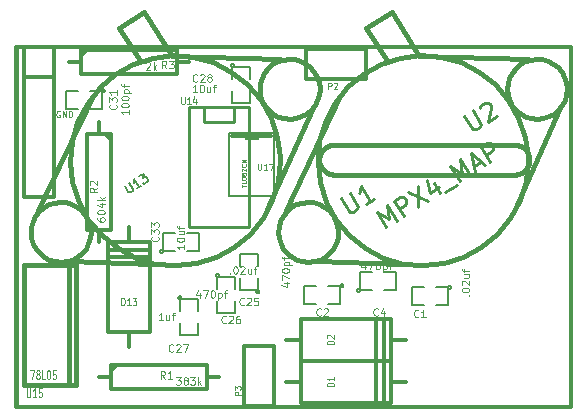
<source format=gto>
G04 (created by PCBNEW-RS274X (20100406 SVN-R2508)-final) date 6/3/2010 10:02:14 PM*
G01*
G70*
G90*
%MOIN*%
G04 Gerber Fmt 3.4, Leading zero omitted, Abs format*
%FSLAX34Y34*%
G04 APERTURE LIST*
%ADD10C,0.006000*%
%ADD11C,0.012000*%
%ADD12C,0.015000*%
%ADD13C,0.003300*%
%ADD14C,0.005000*%
%ADD15C,0.010000*%
%ADD16C,0.004000*%
%ADD17C,0.004200*%
%ADD18C,0.002000*%
%ADD19C,0.002500*%
G04 APERTURE END LIST*
G54D10*
G54D11*
X39500Y-43250D02*
X21000Y-43250D01*
X39500Y-55250D02*
X39500Y-43250D01*
X21000Y-55250D02*
X39500Y-55250D01*
X28200Y-46200D02*
X29500Y-46200D01*
G54D12*
X21000Y-55200D02*
X21000Y-55000D01*
X31600Y-46500D02*
X31557Y-46502D01*
X31514Y-46508D01*
X31471Y-46518D01*
X31429Y-46531D01*
X31389Y-46547D01*
X31351Y-46567D01*
X31314Y-46591D01*
X31279Y-46617D01*
X31247Y-46647D01*
X31217Y-46679D01*
X31191Y-46714D01*
X31167Y-46751D01*
X31147Y-46789D01*
X31131Y-46829D01*
X31118Y-46871D01*
X31108Y-46914D01*
X31102Y-46957D01*
X31100Y-47000D01*
X31100Y-47000D02*
X31102Y-47043D01*
X31108Y-47086D01*
X31118Y-47129D01*
X31131Y-47171D01*
X31147Y-47211D01*
X31167Y-47249D01*
X31191Y-47286D01*
X31217Y-47321D01*
X31247Y-47353D01*
X31279Y-47383D01*
X31314Y-47409D01*
X31351Y-47433D01*
X31389Y-47453D01*
X31429Y-47469D01*
X31471Y-47482D01*
X31514Y-47492D01*
X31557Y-47498D01*
X31600Y-47500D01*
X37600Y-47500D02*
X37643Y-47498D01*
X37686Y-47492D01*
X37729Y-47482D01*
X37771Y-47469D01*
X37811Y-47453D01*
X37850Y-47433D01*
X37886Y-47409D01*
X37921Y-47383D01*
X37953Y-47353D01*
X37983Y-47321D01*
X38009Y-47286D01*
X38033Y-47249D01*
X38053Y-47211D01*
X38069Y-47171D01*
X38082Y-47129D01*
X38092Y-47086D01*
X38098Y-47043D01*
X38100Y-47000D01*
X38100Y-47000D02*
X38098Y-46957D01*
X38092Y-46914D01*
X38082Y-46871D01*
X38069Y-46829D01*
X38053Y-46789D01*
X38033Y-46751D01*
X38009Y-46714D01*
X37983Y-46679D01*
X37953Y-46647D01*
X37921Y-46617D01*
X37886Y-46591D01*
X37850Y-46567D01*
X37811Y-46547D01*
X37771Y-46531D01*
X37729Y-46518D01*
X37686Y-46508D01*
X37643Y-46502D01*
X37600Y-46500D01*
X31600Y-47500D02*
X37600Y-47500D01*
X37600Y-46500D02*
X31600Y-46500D01*
X21000Y-43250D02*
X21000Y-55000D01*
G54D13*
X22447Y-45390D02*
X22428Y-45381D01*
X22400Y-45381D01*
X22371Y-45390D01*
X22352Y-45410D01*
X22343Y-45429D01*
X22333Y-45467D01*
X22333Y-45495D01*
X22343Y-45533D01*
X22352Y-45552D01*
X22371Y-45571D01*
X22400Y-45581D01*
X22419Y-45581D01*
X22447Y-45571D01*
X22457Y-45562D01*
X22457Y-45495D01*
X22419Y-45495D01*
X22543Y-45581D02*
X22543Y-45381D01*
X22657Y-45581D01*
X22657Y-45381D01*
X22753Y-45581D02*
X22753Y-45381D01*
X22800Y-45381D01*
X22829Y-45390D01*
X22848Y-45410D01*
X22857Y-45429D01*
X22867Y-45467D01*
X22867Y-45495D01*
X22857Y-45533D01*
X22848Y-45552D01*
X22829Y-45571D01*
X22800Y-45581D01*
X22753Y-45581D01*
G54D11*
X25250Y-50000D02*
X25450Y-50000D01*
X25250Y-50250D02*
X25450Y-50250D01*
X24250Y-50250D02*
X24050Y-50250D01*
X24250Y-50000D02*
X24050Y-50000D01*
X24250Y-49750D02*
X24050Y-49750D01*
X25250Y-49750D02*
X25450Y-49750D01*
X25250Y-52750D02*
X25450Y-52750D01*
X24250Y-52750D02*
X24050Y-52750D01*
X24050Y-52750D02*
X24050Y-49750D01*
X24250Y-49750D02*
X25250Y-49750D01*
X25450Y-49750D02*
X25450Y-52750D01*
X25250Y-52750D02*
X24250Y-52750D01*
X24250Y-50000D02*
X25250Y-50000D01*
X25250Y-50250D02*
X24250Y-50250D01*
X24750Y-52750D02*
X24750Y-53250D01*
X24750Y-49750D02*
X24750Y-49250D01*
X33250Y-53500D02*
X33250Y-53700D01*
X33000Y-53500D02*
X33000Y-53700D01*
X33000Y-52500D02*
X33000Y-52300D01*
X33250Y-52500D02*
X33250Y-52300D01*
X33500Y-52500D02*
X33500Y-52300D01*
X33500Y-53500D02*
X33500Y-53700D01*
X30500Y-53500D02*
X30500Y-53700D01*
X30500Y-52500D02*
X30500Y-52300D01*
X30500Y-52300D02*
X33500Y-52300D01*
X33500Y-52500D02*
X33500Y-53500D01*
X33500Y-53700D02*
X30500Y-53700D01*
X30500Y-53500D02*
X30500Y-52500D01*
X33250Y-52500D02*
X33250Y-53500D01*
X33000Y-53500D02*
X33000Y-52500D01*
X30500Y-53000D02*
X30000Y-53000D01*
X33500Y-53000D02*
X34000Y-53000D01*
X33250Y-54900D02*
X33250Y-55100D01*
X33000Y-54900D02*
X33000Y-55100D01*
X33000Y-53900D02*
X33000Y-53700D01*
X33250Y-53900D02*
X33250Y-53700D01*
X33500Y-53900D02*
X33500Y-53700D01*
X33500Y-54900D02*
X33500Y-55100D01*
X30500Y-54900D02*
X30500Y-55100D01*
X30500Y-53900D02*
X30500Y-53700D01*
X30500Y-53700D02*
X33500Y-53700D01*
X33500Y-53900D02*
X33500Y-54900D01*
X33500Y-55100D02*
X30500Y-55100D01*
X30500Y-54900D02*
X30500Y-53900D01*
X33250Y-53900D02*
X33250Y-54900D01*
X33000Y-54900D02*
X33000Y-53900D01*
X30500Y-54400D02*
X30000Y-54400D01*
X33500Y-54400D02*
X34000Y-54400D01*
X23750Y-54250D02*
X24150Y-54250D01*
X24150Y-54250D02*
X24150Y-53850D01*
X24150Y-53850D02*
X27350Y-53850D01*
X27350Y-53850D02*
X27350Y-54650D01*
X27350Y-54650D02*
X24150Y-54650D01*
X24150Y-54650D02*
X24150Y-54250D01*
X24150Y-54050D02*
X24350Y-53850D01*
X27750Y-54250D02*
X27350Y-54250D01*
X23750Y-45750D02*
X23750Y-46150D01*
X23750Y-46150D02*
X24150Y-46150D01*
X24150Y-46150D02*
X24150Y-49350D01*
X24150Y-49350D02*
X23350Y-49350D01*
X23350Y-49350D02*
X23350Y-46150D01*
X23350Y-46150D02*
X23750Y-46150D01*
X23950Y-46150D02*
X24150Y-46350D01*
X23750Y-49750D02*
X23750Y-49350D01*
X22750Y-43750D02*
X23150Y-43750D01*
X23150Y-43750D02*
X23150Y-43350D01*
X23150Y-43350D02*
X26350Y-43350D01*
X26350Y-43350D02*
X26350Y-44150D01*
X26350Y-44150D02*
X23150Y-44150D01*
X23150Y-44150D02*
X23150Y-43750D01*
X23150Y-43550D02*
X23350Y-43350D01*
X26750Y-43750D02*
X26350Y-43750D01*
G54D12*
X33326Y-43656D02*
X32664Y-42596D01*
X32664Y-42596D02*
X33512Y-42066D01*
X33512Y-42066D02*
X34439Y-43551D01*
X29987Y-48691D02*
X31763Y-44928D01*
X34651Y-50494D02*
X31047Y-50387D01*
X37619Y-48639D02*
X39103Y-45353D01*
X34439Y-43551D02*
X38043Y-43657D01*
X39360Y-44637D02*
X39340Y-44831D01*
X39284Y-45017D01*
X39193Y-45189D01*
X39069Y-45340D01*
X38919Y-45465D01*
X38748Y-45557D01*
X38561Y-45615D01*
X38367Y-45635D01*
X38174Y-45618D01*
X37987Y-45563D01*
X37814Y-45472D01*
X37663Y-45350D01*
X37537Y-45201D01*
X37443Y-45030D01*
X37384Y-44844D01*
X37363Y-44650D01*
X37379Y-44457D01*
X37433Y-44270D01*
X37522Y-44096D01*
X37643Y-43944D01*
X37791Y-43817D01*
X37962Y-43722D01*
X38147Y-43662D01*
X38341Y-43639D01*
X38534Y-43654D01*
X38722Y-43706D01*
X38896Y-43794D01*
X39049Y-43914D01*
X39177Y-44062D01*
X39273Y-44231D01*
X39335Y-44416D01*
X39359Y-44610D01*
X39360Y-44637D01*
X31729Y-49407D02*
X31709Y-49601D01*
X31653Y-49788D01*
X31561Y-49960D01*
X31438Y-50111D01*
X31288Y-50236D01*
X31116Y-50328D01*
X30930Y-50386D01*
X30735Y-50406D01*
X30542Y-50389D01*
X30355Y-50334D01*
X30182Y-50243D01*
X30030Y-50121D01*
X29904Y-49971D01*
X29810Y-49800D01*
X29751Y-49614D01*
X29730Y-49420D01*
X29746Y-49227D01*
X29800Y-49039D01*
X29889Y-48866D01*
X30010Y-48713D01*
X30159Y-48586D01*
X30329Y-48491D01*
X30515Y-48431D01*
X30709Y-48408D01*
X30902Y-48423D01*
X31090Y-48475D01*
X31264Y-48563D01*
X31418Y-48683D01*
X31546Y-48831D01*
X31642Y-49001D01*
X31704Y-49186D01*
X31728Y-49380D01*
X31729Y-49407D01*
X38045Y-47022D02*
X37978Y-47701D01*
X37780Y-48355D01*
X37460Y-48958D01*
X37028Y-49488D01*
X36502Y-49923D01*
X35901Y-50248D01*
X35248Y-50450D01*
X34569Y-50521D01*
X33890Y-50460D01*
X33234Y-50267D01*
X32629Y-49950D01*
X32097Y-49522D01*
X31658Y-48999D01*
X31329Y-48400D01*
X31122Y-47749D01*
X31046Y-47070D01*
X31103Y-46391D01*
X31291Y-45734D01*
X31604Y-45127D01*
X32028Y-44591D01*
X32548Y-44148D01*
X33144Y-43815D01*
X33794Y-43604D01*
X34472Y-43523D01*
X35152Y-43576D01*
X35810Y-43759D01*
X36420Y-44067D01*
X36958Y-44488D01*
X37405Y-45005D01*
X37742Y-45599D01*
X37958Y-46247D01*
X38043Y-46925D01*
X38045Y-47022D01*
X25076Y-43656D02*
X24414Y-42596D01*
X24414Y-42596D02*
X25262Y-42066D01*
X25262Y-42066D02*
X26189Y-43551D01*
X21737Y-48691D02*
X23513Y-44928D01*
X26401Y-50494D02*
X22797Y-50387D01*
X29369Y-48639D02*
X30853Y-45353D01*
X26189Y-43551D02*
X29793Y-43657D01*
X31110Y-44637D02*
X31090Y-44831D01*
X31034Y-45017D01*
X30943Y-45189D01*
X30819Y-45340D01*
X30669Y-45465D01*
X30498Y-45557D01*
X30311Y-45615D01*
X30117Y-45635D01*
X29924Y-45618D01*
X29737Y-45563D01*
X29564Y-45472D01*
X29413Y-45350D01*
X29287Y-45201D01*
X29193Y-45030D01*
X29134Y-44844D01*
X29113Y-44650D01*
X29129Y-44457D01*
X29183Y-44270D01*
X29272Y-44096D01*
X29393Y-43944D01*
X29541Y-43817D01*
X29712Y-43722D01*
X29897Y-43662D01*
X30091Y-43639D01*
X30284Y-43654D01*
X30472Y-43706D01*
X30646Y-43794D01*
X30799Y-43914D01*
X30927Y-44062D01*
X31023Y-44231D01*
X31085Y-44416D01*
X31109Y-44610D01*
X31110Y-44637D01*
X23479Y-49407D02*
X23459Y-49601D01*
X23403Y-49788D01*
X23311Y-49960D01*
X23188Y-50111D01*
X23038Y-50236D01*
X22866Y-50328D01*
X22680Y-50386D01*
X22485Y-50406D01*
X22292Y-50389D01*
X22105Y-50334D01*
X21932Y-50243D01*
X21780Y-50121D01*
X21654Y-49971D01*
X21560Y-49800D01*
X21501Y-49614D01*
X21480Y-49420D01*
X21496Y-49227D01*
X21550Y-49039D01*
X21639Y-48866D01*
X21760Y-48713D01*
X21909Y-48586D01*
X22079Y-48491D01*
X22265Y-48431D01*
X22459Y-48408D01*
X22652Y-48423D01*
X22840Y-48475D01*
X23014Y-48563D01*
X23168Y-48683D01*
X23296Y-48831D01*
X23392Y-49001D01*
X23454Y-49186D01*
X23478Y-49380D01*
X23479Y-49407D01*
X29795Y-47022D02*
X29728Y-47701D01*
X29530Y-48355D01*
X29210Y-48958D01*
X28778Y-49488D01*
X28252Y-49923D01*
X27651Y-50248D01*
X26998Y-50450D01*
X26319Y-50521D01*
X25640Y-50460D01*
X24984Y-50267D01*
X24379Y-49950D01*
X23847Y-49522D01*
X23408Y-48999D01*
X23079Y-48400D01*
X22872Y-47749D01*
X22796Y-47070D01*
X22853Y-46391D01*
X23041Y-45734D01*
X23354Y-45127D01*
X23778Y-44591D01*
X24298Y-44148D01*
X24894Y-43815D01*
X25544Y-43604D01*
X26222Y-43523D01*
X26902Y-43576D01*
X27560Y-43759D01*
X28170Y-44067D01*
X28708Y-44488D01*
X29155Y-45005D01*
X29492Y-45599D01*
X29708Y-46247D01*
X29793Y-46925D01*
X29795Y-47022D01*
X33326Y-43656D02*
X32664Y-42596D01*
X32664Y-42596D02*
X33512Y-42066D01*
X33512Y-42066D02*
X34439Y-43551D01*
X29987Y-48691D02*
X31763Y-44928D01*
X34651Y-50494D02*
X31047Y-50387D01*
X37619Y-48639D02*
X39103Y-45353D01*
X34439Y-43551D02*
X38043Y-43657D01*
X39360Y-44637D02*
X39340Y-44831D01*
X39284Y-45017D01*
X39193Y-45189D01*
X39069Y-45340D01*
X38919Y-45465D01*
X38748Y-45557D01*
X38561Y-45615D01*
X38367Y-45635D01*
X38174Y-45618D01*
X37987Y-45563D01*
X37814Y-45472D01*
X37663Y-45350D01*
X37537Y-45201D01*
X37443Y-45030D01*
X37384Y-44844D01*
X37363Y-44650D01*
X37379Y-44457D01*
X37433Y-44270D01*
X37522Y-44096D01*
X37643Y-43944D01*
X37791Y-43817D01*
X37962Y-43722D01*
X38147Y-43662D01*
X38341Y-43639D01*
X38534Y-43654D01*
X38722Y-43706D01*
X38896Y-43794D01*
X39049Y-43914D01*
X39177Y-44062D01*
X39273Y-44231D01*
X39335Y-44416D01*
X39359Y-44610D01*
X39360Y-44637D01*
X31729Y-49407D02*
X31709Y-49601D01*
X31653Y-49788D01*
X31561Y-49960D01*
X31438Y-50111D01*
X31288Y-50236D01*
X31116Y-50328D01*
X30930Y-50386D01*
X30735Y-50406D01*
X30542Y-50389D01*
X30355Y-50334D01*
X30182Y-50243D01*
X30030Y-50121D01*
X29904Y-49971D01*
X29810Y-49800D01*
X29751Y-49614D01*
X29730Y-49420D01*
X29746Y-49227D01*
X29800Y-49039D01*
X29889Y-48866D01*
X30010Y-48713D01*
X30159Y-48586D01*
X30329Y-48491D01*
X30515Y-48431D01*
X30709Y-48408D01*
X30902Y-48423D01*
X31090Y-48475D01*
X31264Y-48563D01*
X31418Y-48683D01*
X31546Y-48831D01*
X31642Y-49001D01*
X31704Y-49186D01*
X31728Y-49380D01*
X31729Y-49407D01*
X38045Y-47022D02*
X37978Y-47701D01*
X37780Y-48355D01*
X37460Y-48958D01*
X37028Y-49488D01*
X36502Y-49923D01*
X35901Y-50248D01*
X35248Y-50450D01*
X34569Y-50521D01*
X33890Y-50460D01*
X33234Y-50267D01*
X32629Y-49950D01*
X32097Y-49522D01*
X31658Y-48999D01*
X31329Y-48400D01*
X31122Y-47749D01*
X31046Y-47070D01*
X31103Y-46391D01*
X31291Y-45734D01*
X31604Y-45127D01*
X32028Y-44591D01*
X32548Y-44148D01*
X33144Y-43815D01*
X33794Y-43604D01*
X34472Y-43523D01*
X35152Y-43576D01*
X35810Y-43759D01*
X36420Y-44067D01*
X36958Y-44488D01*
X37405Y-45005D01*
X37742Y-45599D01*
X37958Y-46247D01*
X38043Y-46925D01*
X38045Y-47022D01*
G54D14*
X29100Y-51400D02*
X29099Y-51409D01*
X29096Y-51419D01*
X29091Y-51427D01*
X29085Y-51435D01*
X29077Y-51441D01*
X29069Y-51446D01*
X29060Y-51448D01*
X29050Y-51449D01*
X29041Y-51449D01*
X29032Y-51446D01*
X29023Y-51441D01*
X29016Y-51435D01*
X29009Y-51428D01*
X29005Y-51419D01*
X29002Y-51410D01*
X29001Y-51400D01*
X29001Y-51391D01*
X29004Y-51382D01*
X29008Y-51373D01*
X29015Y-51366D01*
X29022Y-51359D01*
X29030Y-51355D01*
X29040Y-51352D01*
X29049Y-51351D01*
X29058Y-51351D01*
X29068Y-51354D01*
X29076Y-51358D01*
X29084Y-51364D01*
X29090Y-51372D01*
X29095Y-51380D01*
X29098Y-51389D01*
X29099Y-51399D01*
X29100Y-51400D01*
X29050Y-50950D02*
X29050Y-51350D01*
X29050Y-51350D02*
X28450Y-51350D01*
X28450Y-51350D02*
X28450Y-50950D01*
X28450Y-50550D02*
X28450Y-50150D01*
X28450Y-50150D02*
X29050Y-50150D01*
X29050Y-50150D02*
X29050Y-50550D01*
X32450Y-51350D02*
X32449Y-51359D01*
X32446Y-51369D01*
X32441Y-51377D01*
X32435Y-51385D01*
X32427Y-51391D01*
X32419Y-51396D01*
X32410Y-51398D01*
X32400Y-51399D01*
X32391Y-51399D01*
X32382Y-51396D01*
X32373Y-51391D01*
X32366Y-51385D01*
X32359Y-51378D01*
X32355Y-51369D01*
X32352Y-51360D01*
X32351Y-51350D01*
X32351Y-51341D01*
X32354Y-51332D01*
X32358Y-51323D01*
X32365Y-51316D01*
X32372Y-51309D01*
X32380Y-51305D01*
X32390Y-51302D01*
X32399Y-51301D01*
X32408Y-51301D01*
X32418Y-51304D01*
X32426Y-51308D01*
X32434Y-51314D01*
X32440Y-51322D01*
X32445Y-51330D01*
X32448Y-51339D01*
X32449Y-51349D01*
X32450Y-51350D01*
X32850Y-51350D02*
X32450Y-51350D01*
X32450Y-51350D02*
X32450Y-50750D01*
X32450Y-50750D02*
X32850Y-50750D01*
X33250Y-50750D02*
X33650Y-50750D01*
X33650Y-50750D02*
X33650Y-51350D01*
X33650Y-51350D02*
X33250Y-51350D01*
X31900Y-51200D02*
X31899Y-51209D01*
X31896Y-51219D01*
X31891Y-51227D01*
X31885Y-51235D01*
X31877Y-51241D01*
X31869Y-51246D01*
X31860Y-51248D01*
X31850Y-51249D01*
X31841Y-51249D01*
X31832Y-51246D01*
X31823Y-51241D01*
X31816Y-51235D01*
X31809Y-51228D01*
X31805Y-51219D01*
X31802Y-51210D01*
X31801Y-51200D01*
X31801Y-51191D01*
X31804Y-51182D01*
X31808Y-51173D01*
X31815Y-51166D01*
X31822Y-51159D01*
X31830Y-51155D01*
X31840Y-51152D01*
X31849Y-51151D01*
X31858Y-51151D01*
X31868Y-51154D01*
X31876Y-51158D01*
X31884Y-51164D01*
X31890Y-51172D01*
X31895Y-51180D01*
X31898Y-51189D01*
X31899Y-51199D01*
X31900Y-51200D01*
X31400Y-51200D02*
X31800Y-51200D01*
X31800Y-51200D02*
X31800Y-51800D01*
X31800Y-51800D02*
X31400Y-51800D01*
X31000Y-51800D02*
X30600Y-51800D01*
X30600Y-51800D02*
X30600Y-51200D01*
X30600Y-51200D02*
X31000Y-51200D01*
X35500Y-51250D02*
X35499Y-51259D01*
X35496Y-51269D01*
X35491Y-51277D01*
X35485Y-51285D01*
X35477Y-51291D01*
X35469Y-51296D01*
X35460Y-51298D01*
X35450Y-51299D01*
X35441Y-51299D01*
X35432Y-51296D01*
X35423Y-51291D01*
X35416Y-51285D01*
X35409Y-51278D01*
X35405Y-51269D01*
X35402Y-51260D01*
X35401Y-51250D01*
X35401Y-51241D01*
X35404Y-51232D01*
X35408Y-51223D01*
X35415Y-51216D01*
X35422Y-51209D01*
X35430Y-51205D01*
X35440Y-51202D01*
X35449Y-51201D01*
X35458Y-51201D01*
X35468Y-51204D01*
X35476Y-51208D01*
X35484Y-51214D01*
X35490Y-51222D01*
X35495Y-51230D01*
X35498Y-51239D01*
X35499Y-51249D01*
X35500Y-51250D01*
X35000Y-51250D02*
X35400Y-51250D01*
X35400Y-51250D02*
X35400Y-51850D01*
X35400Y-51850D02*
X35000Y-51850D01*
X34600Y-51850D02*
X34200Y-51850D01*
X34200Y-51850D02*
X34200Y-51250D01*
X34200Y-51250D02*
X34600Y-51250D01*
G54D11*
X21250Y-43250D02*
X22250Y-43250D01*
X22250Y-43250D02*
X22250Y-48250D01*
X22250Y-48250D02*
X21250Y-48250D01*
X21250Y-48250D02*
X21250Y-43250D01*
X21250Y-44250D02*
X22250Y-44250D01*
G54D14*
X26500Y-51600D02*
X26499Y-51609D01*
X26496Y-51619D01*
X26491Y-51627D01*
X26485Y-51635D01*
X26477Y-51641D01*
X26469Y-51646D01*
X26460Y-51648D01*
X26450Y-51649D01*
X26441Y-51649D01*
X26432Y-51646D01*
X26423Y-51641D01*
X26416Y-51635D01*
X26409Y-51628D01*
X26405Y-51619D01*
X26402Y-51610D01*
X26401Y-51600D01*
X26401Y-51591D01*
X26404Y-51582D01*
X26408Y-51573D01*
X26415Y-51566D01*
X26422Y-51559D01*
X26430Y-51555D01*
X26440Y-51552D01*
X26449Y-51551D01*
X26458Y-51551D01*
X26468Y-51554D01*
X26476Y-51558D01*
X26484Y-51564D01*
X26490Y-51572D01*
X26495Y-51580D01*
X26498Y-51589D01*
X26499Y-51599D01*
X26500Y-51600D01*
X26450Y-52050D02*
X26450Y-51650D01*
X26450Y-51650D02*
X27050Y-51650D01*
X27050Y-51650D02*
X27050Y-52050D01*
X27050Y-52450D02*
X27050Y-52850D01*
X27050Y-52850D02*
X26450Y-52850D01*
X26450Y-52850D02*
X26450Y-52450D01*
X23950Y-44700D02*
X23949Y-44709D01*
X23946Y-44719D01*
X23941Y-44727D01*
X23935Y-44735D01*
X23927Y-44741D01*
X23919Y-44746D01*
X23910Y-44748D01*
X23900Y-44749D01*
X23891Y-44749D01*
X23882Y-44746D01*
X23873Y-44741D01*
X23866Y-44735D01*
X23859Y-44728D01*
X23855Y-44719D01*
X23852Y-44710D01*
X23851Y-44700D01*
X23851Y-44691D01*
X23854Y-44682D01*
X23858Y-44673D01*
X23865Y-44666D01*
X23872Y-44659D01*
X23880Y-44655D01*
X23890Y-44652D01*
X23899Y-44651D01*
X23908Y-44651D01*
X23918Y-44654D01*
X23926Y-44658D01*
X23934Y-44664D01*
X23940Y-44672D01*
X23945Y-44680D01*
X23948Y-44689D01*
X23949Y-44699D01*
X23950Y-44700D01*
X23450Y-44700D02*
X23850Y-44700D01*
X23850Y-44700D02*
X23850Y-45300D01*
X23850Y-45300D02*
X23450Y-45300D01*
X23050Y-45300D02*
X22650Y-45300D01*
X22650Y-45300D02*
X22650Y-44700D01*
X22650Y-44700D02*
X23050Y-44700D01*
X25900Y-50050D02*
X25899Y-50059D01*
X25896Y-50069D01*
X25891Y-50077D01*
X25885Y-50085D01*
X25877Y-50091D01*
X25869Y-50096D01*
X25860Y-50098D01*
X25850Y-50099D01*
X25841Y-50099D01*
X25832Y-50096D01*
X25823Y-50091D01*
X25816Y-50085D01*
X25809Y-50078D01*
X25805Y-50069D01*
X25802Y-50060D01*
X25801Y-50050D01*
X25801Y-50041D01*
X25804Y-50032D01*
X25808Y-50023D01*
X25815Y-50016D01*
X25822Y-50009D01*
X25830Y-50005D01*
X25840Y-50002D01*
X25849Y-50001D01*
X25858Y-50001D01*
X25868Y-50004D01*
X25876Y-50008D01*
X25884Y-50014D01*
X25890Y-50022D01*
X25895Y-50030D01*
X25898Y-50039D01*
X25899Y-50049D01*
X25900Y-50050D01*
X26300Y-50050D02*
X25900Y-50050D01*
X25900Y-50050D02*
X25900Y-49450D01*
X25900Y-49450D02*
X26300Y-49450D01*
X26700Y-49450D02*
X27100Y-49450D01*
X27100Y-49450D02*
X27100Y-50050D01*
X27100Y-50050D02*
X26700Y-50050D01*
X28250Y-43850D02*
X28249Y-43859D01*
X28246Y-43869D01*
X28241Y-43877D01*
X28235Y-43885D01*
X28227Y-43891D01*
X28219Y-43896D01*
X28210Y-43898D01*
X28200Y-43899D01*
X28191Y-43899D01*
X28182Y-43896D01*
X28173Y-43891D01*
X28166Y-43885D01*
X28159Y-43878D01*
X28155Y-43869D01*
X28152Y-43860D01*
X28151Y-43850D01*
X28151Y-43841D01*
X28154Y-43832D01*
X28158Y-43823D01*
X28165Y-43816D01*
X28172Y-43809D01*
X28180Y-43805D01*
X28190Y-43802D01*
X28199Y-43801D01*
X28208Y-43801D01*
X28218Y-43804D01*
X28226Y-43808D01*
X28234Y-43814D01*
X28240Y-43822D01*
X28245Y-43830D01*
X28248Y-43839D01*
X28249Y-43849D01*
X28250Y-43850D01*
X28200Y-44300D02*
X28200Y-43900D01*
X28200Y-43900D02*
X28800Y-43900D01*
X28800Y-43900D02*
X28800Y-44300D01*
X28800Y-44700D02*
X28800Y-45100D01*
X28800Y-45100D02*
X28200Y-45100D01*
X28200Y-45100D02*
X28200Y-44700D01*
X27750Y-50850D02*
X27749Y-50859D01*
X27746Y-50869D01*
X27741Y-50877D01*
X27735Y-50885D01*
X27727Y-50891D01*
X27719Y-50896D01*
X27710Y-50898D01*
X27700Y-50899D01*
X27691Y-50899D01*
X27682Y-50896D01*
X27673Y-50891D01*
X27666Y-50885D01*
X27659Y-50878D01*
X27655Y-50869D01*
X27652Y-50860D01*
X27651Y-50850D01*
X27651Y-50841D01*
X27654Y-50832D01*
X27658Y-50823D01*
X27665Y-50816D01*
X27672Y-50809D01*
X27680Y-50805D01*
X27690Y-50802D01*
X27699Y-50801D01*
X27708Y-50801D01*
X27718Y-50804D01*
X27726Y-50808D01*
X27734Y-50814D01*
X27740Y-50822D01*
X27745Y-50830D01*
X27748Y-50839D01*
X27749Y-50849D01*
X27750Y-50850D01*
X27700Y-51300D02*
X27700Y-50900D01*
X27700Y-50900D02*
X28300Y-50900D01*
X28300Y-50900D02*
X28300Y-51300D01*
X28300Y-51700D02*
X28300Y-52100D01*
X28300Y-52100D02*
X27700Y-52100D01*
X27700Y-52100D02*
X27700Y-51700D01*
G54D15*
X28250Y-45250D02*
X28250Y-45750D01*
X28250Y-45750D02*
X27250Y-45750D01*
X27250Y-45750D02*
X27250Y-45250D01*
X28750Y-45250D02*
X28750Y-49250D01*
X28750Y-49250D02*
X26750Y-49250D01*
X26750Y-49250D02*
X26750Y-45250D01*
X26750Y-45250D02*
X28750Y-45250D01*
G54D12*
X22750Y-50500D02*
X23000Y-50500D01*
X23000Y-50500D02*
X23000Y-54500D01*
X23000Y-54500D02*
X22750Y-54500D01*
X21250Y-50500D02*
X22750Y-50500D01*
X22750Y-50500D02*
X22750Y-54500D01*
X22750Y-54500D02*
X21250Y-54500D01*
X21250Y-54500D02*
X21250Y-50500D01*
G54D14*
X28150Y-46100D02*
X28100Y-46100D01*
X28100Y-46100D02*
X28100Y-48200D01*
X29600Y-48200D02*
X29600Y-46100D01*
X29600Y-46100D02*
X28150Y-46100D01*
X29050Y-46100D02*
X29050Y-46300D01*
X29050Y-46300D02*
X28650Y-46300D01*
X28650Y-46300D02*
X28650Y-46100D01*
X29600Y-48200D02*
X28100Y-48200D01*
G54D11*
X30650Y-44300D02*
X30650Y-43300D01*
X30650Y-43300D02*
X32650Y-43300D01*
X32650Y-43300D02*
X32650Y-44300D01*
X32650Y-44300D02*
X30650Y-44300D01*
X28600Y-53200D02*
X29600Y-53200D01*
X29600Y-53200D02*
X29600Y-55200D01*
X29600Y-55200D02*
X28600Y-55200D01*
X28600Y-55200D02*
X28600Y-53200D01*
G54D13*
X24508Y-51851D02*
X24508Y-51601D01*
X24555Y-51601D01*
X24584Y-51613D01*
X24603Y-51637D01*
X24612Y-51661D01*
X24622Y-51708D01*
X24622Y-51744D01*
X24612Y-51792D01*
X24603Y-51815D01*
X24584Y-51839D01*
X24555Y-51851D01*
X24508Y-51851D01*
X24812Y-51851D02*
X24698Y-51851D01*
X24755Y-51851D02*
X24755Y-51601D01*
X24736Y-51637D01*
X24717Y-51661D01*
X24698Y-51673D01*
X24879Y-51601D02*
X25002Y-51601D01*
X24936Y-51696D01*
X24964Y-51696D01*
X24983Y-51708D01*
X24993Y-51720D01*
X25002Y-51744D01*
X25002Y-51804D01*
X24993Y-51827D01*
X24983Y-51839D01*
X24964Y-51851D01*
X24907Y-51851D01*
X24888Y-51839D01*
X24879Y-51827D01*
X31601Y-53147D02*
X31351Y-53147D01*
X31351Y-53100D01*
X31363Y-53071D01*
X31387Y-53052D01*
X31411Y-53043D01*
X31458Y-53033D01*
X31494Y-53033D01*
X31542Y-53043D01*
X31565Y-53052D01*
X31589Y-53071D01*
X31601Y-53100D01*
X31601Y-53147D01*
X31375Y-52957D02*
X31363Y-52947D01*
X31351Y-52928D01*
X31351Y-52881D01*
X31363Y-52862D01*
X31375Y-52852D01*
X31399Y-52843D01*
X31423Y-52843D01*
X31458Y-52852D01*
X31601Y-52966D01*
X31601Y-52843D01*
X31601Y-54547D02*
X31351Y-54547D01*
X31351Y-54500D01*
X31363Y-54471D01*
X31387Y-54452D01*
X31411Y-54443D01*
X31458Y-54433D01*
X31494Y-54433D01*
X31542Y-54443D01*
X31565Y-54452D01*
X31589Y-54471D01*
X31601Y-54500D01*
X31601Y-54547D01*
X31601Y-54243D02*
X31601Y-54357D01*
X31601Y-54300D02*
X31351Y-54300D01*
X31387Y-54319D01*
X31411Y-54338D01*
X31423Y-54357D01*
G54D16*
X25958Y-54303D02*
X25875Y-54181D01*
X25816Y-54303D02*
X25816Y-54048D01*
X25911Y-54048D01*
X25935Y-54060D01*
X25946Y-54072D01*
X25958Y-54096D01*
X25958Y-54133D01*
X25946Y-54157D01*
X25935Y-54169D01*
X25911Y-54181D01*
X25816Y-54181D01*
X26196Y-54303D02*
X26054Y-54303D01*
X26125Y-54303D02*
X26125Y-54048D01*
X26101Y-54084D01*
X26077Y-54108D01*
X26054Y-54121D01*
X26328Y-54248D02*
X26482Y-54248D01*
X26399Y-54345D01*
X26435Y-54345D01*
X26459Y-54357D01*
X26471Y-54369D01*
X26482Y-54393D01*
X26482Y-54454D01*
X26471Y-54478D01*
X26459Y-54491D01*
X26435Y-54503D01*
X26363Y-54503D01*
X26340Y-54491D01*
X26328Y-54478D01*
X26625Y-54357D02*
X26601Y-54345D01*
X26590Y-54333D01*
X26578Y-54308D01*
X26578Y-54296D01*
X26590Y-54272D01*
X26601Y-54260D01*
X26625Y-54248D01*
X26673Y-54248D01*
X26697Y-54260D01*
X26709Y-54272D01*
X26720Y-54296D01*
X26720Y-54308D01*
X26709Y-54333D01*
X26697Y-54345D01*
X26673Y-54357D01*
X26625Y-54357D01*
X26601Y-54369D01*
X26590Y-54381D01*
X26578Y-54406D01*
X26578Y-54454D01*
X26590Y-54478D01*
X26601Y-54491D01*
X26625Y-54503D01*
X26673Y-54503D01*
X26697Y-54491D01*
X26709Y-54478D01*
X26720Y-54454D01*
X26720Y-54406D01*
X26709Y-54381D01*
X26697Y-54369D01*
X26673Y-54357D01*
X26804Y-54248D02*
X26958Y-54248D01*
X26875Y-54345D01*
X26911Y-54345D01*
X26935Y-54357D01*
X26947Y-54369D01*
X26958Y-54393D01*
X26958Y-54454D01*
X26947Y-54478D01*
X26935Y-54491D01*
X26911Y-54503D01*
X26839Y-54503D01*
X26816Y-54491D01*
X26804Y-54478D01*
X27066Y-54503D02*
X27066Y-54248D01*
X27089Y-54406D02*
X27161Y-54503D01*
X27161Y-54333D02*
X27066Y-54430D01*
X23703Y-47942D02*
X23581Y-48025D01*
X23703Y-48084D02*
X23448Y-48084D01*
X23448Y-47989D01*
X23460Y-47965D01*
X23472Y-47954D01*
X23496Y-47942D01*
X23533Y-47942D01*
X23557Y-47954D01*
X23569Y-47965D01*
X23581Y-47989D01*
X23581Y-48084D01*
X23472Y-47846D02*
X23460Y-47834D01*
X23448Y-47811D01*
X23448Y-47751D01*
X23460Y-47727D01*
X23472Y-47715D01*
X23496Y-47704D01*
X23521Y-47704D01*
X23557Y-47715D01*
X23703Y-47858D01*
X23703Y-47704D01*
X23698Y-48941D02*
X23698Y-48989D01*
X23710Y-49013D01*
X23722Y-49025D01*
X23758Y-49048D01*
X23807Y-49060D01*
X23904Y-49060D01*
X23928Y-49048D01*
X23941Y-49037D01*
X23953Y-49013D01*
X23953Y-48965D01*
X23941Y-48941D01*
X23928Y-48929D01*
X23904Y-48918D01*
X23843Y-48918D01*
X23819Y-48929D01*
X23807Y-48941D01*
X23795Y-48965D01*
X23795Y-49013D01*
X23807Y-49037D01*
X23819Y-49048D01*
X23843Y-49060D01*
X23698Y-48763D02*
X23698Y-48739D01*
X23710Y-48715D01*
X23722Y-48703D01*
X23746Y-48691D01*
X23795Y-48680D01*
X23856Y-48680D01*
X23904Y-48691D01*
X23928Y-48703D01*
X23941Y-48715D01*
X23953Y-48739D01*
X23953Y-48763D01*
X23941Y-48787D01*
X23928Y-48799D01*
X23904Y-48810D01*
X23856Y-48822D01*
X23795Y-48822D01*
X23746Y-48810D01*
X23722Y-48799D01*
X23710Y-48787D01*
X23698Y-48763D01*
X23783Y-48465D02*
X23953Y-48465D01*
X23686Y-48525D02*
X23868Y-48584D01*
X23868Y-48430D01*
X23953Y-48334D02*
X23698Y-48334D01*
X23856Y-48311D02*
X23953Y-48239D01*
X23783Y-48239D02*
X23880Y-48334D01*
X26008Y-43953D02*
X25925Y-43831D01*
X25866Y-43953D02*
X25866Y-43698D01*
X25961Y-43698D01*
X25985Y-43710D01*
X25996Y-43722D01*
X26008Y-43746D01*
X26008Y-43783D01*
X25996Y-43807D01*
X25985Y-43819D01*
X25961Y-43831D01*
X25866Y-43831D01*
X26092Y-43698D02*
X26246Y-43698D01*
X26163Y-43795D01*
X26199Y-43795D01*
X26223Y-43807D01*
X26235Y-43819D01*
X26246Y-43843D01*
X26246Y-43904D01*
X26235Y-43928D01*
X26223Y-43941D01*
X26199Y-43953D01*
X26127Y-43953D01*
X26104Y-43941D01*
X26092Y-43928D01*
X25328Y-43772D02*
X25340Y-43760D01*
X25363Y-43748D01*
X25423Y-43748D01*
X25447Y-43760D01*
X25459Y-43772D01*
X25470Y-43796D01*
X25470Y-43821D01*
X25459Y-43857D01*
X25316Y-44003D01*
X25470Y-44003D01*
X25578Y-44003D02*
X25578Y-43748D01*
X25601Y-43906D02*
X25673Y-44003D01*
X25673Y-43833D02*
X25578Y-43930D01*
G54D15*
X31823Y-48290D02*
X32081Y-48703D01*
X32135Y-48736D01*
X32174Y-48744D01*
X32238Y-48739D01*
X32335Y-48678D01*
X32368Y-48623D01*
X32377Y-48585D01*
X32372Y-48521D01*
X32114Y-48109D01*
X32941Y-48300D02*
X32650Y-48481D01*
X32796Y-48390D02*
X32478Y-47881D01*
X32475Y-47984D01*
X32456Y-48064D01*
X32423Y-48117D01*
X33339Y-49241D02*
X33021Y-48733D01*
X33417Y-48990D01*
X33360Y-48521D01*
X33678Y-49029D01*
X33921Y-48878D02*
X33603Y-48369D01*
X33796Y-48248D01*
X33860Y-48241D01*
X33899Y-48251D01*
X33954Y-48284D01*
X34000Y-48357D01*
X34005Y-48421D01*
X33997Y-48460D01*
X33962Y-48514D01*
X33769Y-48635D01*
X34063Y-48081D02*
X34720Y-48378D01*
X34402Y-47869D02*
X34381Y-48590D01*
X34920Y-47782D02*
X35132Y-48121D01*
X34677Y-47663D02*
X34783Y-48103D01*
X35099Y-47906D01*
X35307Y-48079D02*
X35694Y-47837D01*
X35786Y-47713D02*
X35468Y-47204D01*
X35864Y-47461D01*
X35807Y-46992D01*
X36125Y-47501D01*
X36252Y-47219D02*
X36494Y-47067D01*
X36294Y-47395D02*
X36146Y-46780D01*
X36634Y-47183D01*
X36803Y-47077D02*
X36485Y-46568D01*
X36679Y-46447D01*
X36743Y-46440D01*
X36782Y-46450D01*
X36837Y-46483D01*
X36882Y-46556D01*
X36888Y-46619D01*
X36879Y-46659D01*
X36845Y-46713D01*
X36652Y-46834D01*
G54D14*
X24613Y-47862D02*
X24741Y-48068D01*
X24770Y-48085D01*
X24789Y-48090D01*
X24821Y-48086D01*
X24869Y-48056D01*
X24885Y-48029D01*
X24891Y-48009D01*
X24887Y-47977D01*
X24759Y-47771D01*
X25172Y-47867D02*
X25026Y-47958D01*
X25099Y-47912D02*
X24940Y-47658D01*
X24938Y-47710D01*
X24930Y-47749D01*
X24913Y-47776D01*
X25098Y-47559D02*
X25255Y-47461D01*
X25232Y-47611D01*
X25267Y-47589D01*
X25299Y-47585D01*
X25319Y-47590D01*
X25347Y-47607D01*
X25384Y-47667D01*
X25387Y-47699D01*
X25382Y-47719D01*
X25365Y-47746D01*
X25293Y-47791D01*
X25261Y-47794D01*
X25242Y-47790D01*
G54D15*
X35923Y-45539D02*
X36181Y-45952D01*
X36235Y-45985D01*
X36274Y-45993D01*
X36338Y-45988D01*
X36435Y-45927D01*
X36468Y-45872D01*
X36477Y-45834D01*
X36472Y-45770D01*
X36214Y-45358D01*
X36462Y-45270D02*
X36472Y-45230D01*
X36505Y-45176D01*
X36626Y-45100D01*
X36689Y-45094D01*
X36729Y-45103D01*
X36783Y-45136D01*
X36814Y-45185D01*
X36835Y-45272D01*
X36726Y-45745D01*
X37041Y-45549D01*
X33339Y-49241D02*
X33021Y-48733D01*
X33417Y-48990D01*
X33360Y-48521D01*
X33678Y-49029D01*
X33921Y-48878D02*
X33603Y-48369D01*
X33796Y-48248D01*
X33860Y-48241D01*
X33899Y-48251D01*
X33954Y-48284D01*
X34000Y-48357D01*
X34005Y-48421D01*
X33997Y-48460D01*
X33962Y-48514D01*
X33769Y-48635D01*
X34063Y-48081D02*
X34720Y-48378D01*
X34402Y-47869D02*
X34381Y-48590D01*
X34920Y-47782D02*
X35132Y-48121D01*
X34677Y-47663D02*
X34783Y-48103D01*
X35099Y-47906D01*
X35307Y-48079D02*
X35694Y-47837D01*
X35786Y-47713D02*
X35468Y-47204D01*
X35864Y-47461D01*
X35807Y-46992D01*
X36125Y-47501D01*
X36252Y-47219D02*
X36494Y-47067D01*
X36294Y-47395D02*
X36146Y-46780D01*
X36634Y-47183D01*
X36803Y-47077D02*
X36485Y-46568D01*
X36679Y-46447D01*
X36743Y-46440D01*
X36782Y-46450D01*
X36837Y-46483D01*
X36882Y-46556D01*
X36888Y-46619D01*
X36879Y-46659D01*
X36845Y-46713D01*
X36652Y-46834D01*
G54D17*
X28589Y-51827D02*
X28577Y-51839D01*
X28542Y-51851D01*
X28518Y-51851D01*
X28482Y-51839D01*
X28458Y-51815D01*
X28447Y-51792D01*
X28435Y-51744D01*
X28435Y-51708D01*
X28447Y-51661D01*
X28458Y-51637D01*
X28482Y-51613D01*
X28518Y-51601D01*
X28542Y-51601D01*
X28577Y-51613D01*
X28589Y-51625D01*
X28685Y-51625D02*
X28697Y-51613D01*
X28720Y-51601D01*
X28780Y-51601D01*
X28804Y-51613D01*
X28816Y-51625D01*
X28827Y-51649D01*
X28827Y-51673D01*
X28816Y-51708D01*
X28673Y-51851D01*
X28827Y-51851D01*
X29054Y-51601D02*
X28935Y-51601D01*
X28923Y-51720D01*
X28935Y-51708D01*
X28958Y-51696D01*
X29018Y-51696D01*
X29042Y-51708D01*
X29054Y-51720D01*
X29065Y-51744D01*
X29065Y-51804D01*
X29054Y-51827D01*
X29042Y-51839D01*
X29018Y-51851D01*
X28958Y-51851D01*
X28935Y-51839D01*
X28923Y-51827D01*
X28128Y-50777D02*
X28139Y-50789D01*
X28128Y-50801D01*
X28116Y-50789D01*
X28128Y-50777D01*
X28128Y-50801D01*
X28294Y-50551D02*
X28318Y-50551D01*
X28342Y-50563D01*
X28354Y-50575D01*
X28366Y-50599D01*
X28377Y-50646D01*
X28377Y-50706D01*
X28366Y-50754D01*
X28354Y-50777D01*
X28342Y-50789D01*
X28318Y-50801D01*
X28294Y-50801D01*
X28270Y-50789D01*
X28258Y-50777D01*
X28247Y-50754D01*
X28235Y-50706D01*
X28235Y-50646D01*
X28247Y-50599D01*
X28258Y-50575D01*
X28270Y-50563D01*
X28294Y-50551D01*
X28473Y-50575D02*
X28485Y-50563D01*
X28508Y-50551D01*
X28568Y-50551D01*
X28592Y-50563D01*
X28604Y-50575D01*
X28615Y-50599D01*
X28615Y-50623D01*
X28604Y-50658D01*
X28461Y-50801D01*
X28615Y-50801D01*
X28830Y-50635D02*
X28830Y-50801D01*
X28723Y-50635D02*
X28723Y-50765D01*
X28734Y-50789D01*
X28758Y-50801D01*
X28794Y-50801D01*
X28818Y-50789D01*
X28830Y-50777D01*
X28913Y-50635D02*
X29008Y-50635D01*
X28949Y-50801D02*
X28949Y-50587D01*
X28960Y-50563D01*
X28984Y-50551D01*
X29008Y-50551D01*
X33058Y-52177D02*
X33046Y-52189D01*
X33011Y-52201D01*
X32987Y-52201D01*
X32951Y-52189D01*
X32927Y-52165D01*
X32916Y-52142D01*
X32904Y-52094D01*
X32904Y-52058D01*
X32916Y-52011D01*
X32927Y-51987D01*
X32951Y-51963D01*
X32987Y-51951D01*
X33011Y-51951D01*
X33046Y-51963D01*
X33058Y-51975D01*
X33273Y-52035D02*
X33273Y-52201D01*
X33213Y-51939D02*
X33154Y-52118D01*
X33308Y-52118D01*
X32626Y-50485D02*
X32626Y-50651D01*
X32566Y-50389D02*
X32507Y-50568D01*
X32661Y-50568D01*
X32733Y-50401D02*
X32899Y-50401D01*
X32792Y-50651D01*
X33042Y-50401D02*
X33066Y-50401D01*
X33090Y-50413D01*
X33102Y-50425D01*
X33114Y-50449D01*
X33125Y-50496D01*
X33125Y-50556D01*
X33114Y-50604D01*
X33102Y-50627D01*
X33090Y-50639D01*
X33066Y-50651D01*
X33042Y-50651D01*
X33018Y-50639D01*
X33006Y-50627D01*
X32995Y-50604D01*
X32983Y-50556D01*
X32983Y-50496D01*
X32995Y-50449D01*
X33006Y-50425D01*
X33018Y-50413D01*
X33042Y-50401D01*
X33233Y-50485D02*
X33233Y-50735D01*
X33233Y-50496D02*
X33256Y-50485D01*
X33304Y-50485D01*
X33328Y-50496D01*
X33340Y-50508D01*
X33352Y-50532D01*
X33352Y-50604D01*
X33340Y-50627D01*
X33328Y-50639D01*
X33304Y-50651D01*
X33256Y-50651D01*
X33233Y-50639D01*
X33423Y-50485D02*
X33518Y-50485D01*
X33459Y-50651D02*
X33459Y-50437D01*
X33470Y-50413D01*
X33494Y-50401D01*
X33518Y-50401D01*
X31158Y-52177D02*
X31146Y-52189D01*
X31111Y-52201D01*
X31087Y-52201D01*
X31051Y-52189D01*
X31027Y-52165D01*
X31016Y-52142D01*
X31004Y-52094D01*
X31004Y-52058D01*
X31016Y-52011D01*
X31027Y-51987D01*
X31051Y-51963D01*
X31087Y-51951D01*
X31111Y-51951D01*
X31146Y-51963D01*
X31158Y-51975D01*
X31254Y-51975D02*
X31266Y-51963D01*
X31289Y-51951D01*
X31349Y-51951D01*
X31373Y-51963D01*
X31385Y-51975D01*
X31396Y-51999D01*
X31396Y-52023D01*
X31385Y-52058D01*
X31242Y-52201D01*
X31396Y-52201D01*
X29935Y-51124D02*
X30101Y-51124D01*
X29839Y-51184D02*
X30018Y-51243D01*
X30018Y-51089D01*
X29851Y-51017D02*
X29851Y-50851D01*
X30101Y-50958D01*
X29851Y-50708D02*
X29851Y-50684D01*
X29863Y-50660D01*
X29875Y-50648D01*
X29899Y-50636D01*
X29946Y-50625D01*
X30006Y-50625D01*
X30054Y-50636D01*
X30077Y-50648D01*
X30089Y-50660D01*
X30101Y-50684D01*
X30101Y-50708D01*
X30089Y-50732D01*
X30077Y-50744D01*
X30054Y-50755D01*
X30006Y-50767D01*
X29946Y-50767D01*
X29899Y-50755D01*
X29875Y-50744D01*
X29863Y-50732D01*
X29851Y-50708D01*
X29935Y-50517D02*
X30185Y-50517D01*
X29946Y-50517D02*
X29935Y-50494D01*
X29935Y-50446D01*
X29946Y-50422D01*
X29958Y-50410D01*
X29982Y-50398D01*
X30054Y-50398D01*
X30077Y-50410D01*
X30089Y-50422D01*
X30101Y-50446D01*
X30101Y-50494D01*
X30089Y-50517D01*
X29935Y-50327D02*
X29935Y-50232D01*
X30101Y-50291D02*
X29887Y-50291D01*
X29863Y-50280D01*
X29851Y-50256D01*
X29851Y-50232D01*
X34408Y-52227D02*
X34396Y-52239D01*
X34361Y-52251D01*
X34337Y-52251D01*
X34301Y-52239D01*
X34277Y-52215D01*
X34266Y-52192D01*
X34254Y-52144D01*
X34254Y-52108D01*
X34266Y-52061D01*
X34277Y-52037D01*
X34301Y-52013D01*
X34337Y-52001D01*
X34361Y-52001D01*
X34396Y-52013D01*
X34408Y-52025D01*
X34646Y-52251D02*
X34504Y-52251D01*
X34575Y-52251D02*
X34575Y-52001D01*
X34551Y-52037D01*
X34527Y-52061D01*
X34504Y-52073D01*
X36077Y-51522D02*
X36089Y-51511D01*
X36101Y-51522D01*
X36089Y-51534D01*
X36077Y-51522D01*
X36101Y-51522D01*
X35851Y-51356D02*
X35851Y-51332D01*
X35863Y-51308D01*
X35875Y-51296D01*
X35899Y-51284D01*
X35946Y-51273D01*
X36006Y-51273D01*
X36054Y-51284D01*
X36077Y-51296D01*
X36089Y-51308D01*
X36101Y-51332D01*
X36101Y-51356D01*
X36089Y-51380D01*
X36077Y-51392D01*
X36054Y-51403D01*
X36006Y-51415D01*
X35946Y-51415D01*
X35899Y-51403D01*
X35875Y-51392D01*
X35863Y-51380D01*
X35851Y-51356D01*
X35875Y-51177D02*
X35863Y-51165D01*
X35851Y-51142D01*
X35851Y-51082D01*
X35863Y-51058D01*
X35875Y-51046D01*
X35899Y-51035D01*
X35923Y-51035D01*
X35958Y-51046D01*
X36101Y-51189D01*
X36101Y-51035D01*
X35935Y-50820D02*
X36101Y-50820D01*
X35935Y-50927D02*
X36065Y-50927D01*
X36089Y-50916D01*
X36101Y-50892D01*
X36101Y-50856D01*
X36089Y-50832D01*
X36077Y-50820D01*
X35935Y-50737D02*
X35935Y-50642D01*
X36101Y-50701D02*
X35887Y-50701D01*
X35863Y-50690D01*
X35851Y-50666D01*
X35851Y-50642D01*
X26239Y-53377D02*
X26227Y-53389D01*
X26192Y-53401D01*
X26168Y-53401D01*
X26132Y-53389D01*
X26108Y-53365D01*
X26097Y-53342D01*
X26085Y-53294D01*
X26085Y-53258D01*
X26097Y-53211D01*
X26108Y-53187D01*
X26132Y-53163D01*
X26168Y-53151D01*
X26192Y-53151D01*
X26227Y-53163D01*
X26239Y-53175D01*
X26335Y-53175D02*
X26347Y-53163D01*
X26370Y-53151D01*
X26430Y-53151D01*
X26454Y-53163D01*
X26466Y-53175D01*
X26477Y-53199D01*
X26477Y-53223D01*
X26466Y-53258D01*
X26323Y-53401D01*
X26477Y-53401D01*
X26561Y-53151D02*
X26727Y-53151D01*
X26620Y-53401D01*
X25887Y-52351D02*
X25745Y-52351D01*
X25816Y-52351D02*
X25816Y-52101D01*
X25792Y-52137D01*
X25768Y-52161D01*
X25745Y-52173D01*
X26102Y-52185D02*
X26102Y-52351D01*
X25995Y-52185D02*
X25995Y-52315D01*
X26006Y-52339D01*
X26030Y-52351D01*
X26066Y-52351D01*
X26090Y-52339D01*
X26102Y-52327D01*
X26185Y-52185D02*
X26280Y-52185D01*
X26221Y-52351D02*
X26221Y-52137D01*
X26232Y-52113D01*
X26256Y-52101D01*
X26280Y-52101D01*
X24327Y-45161D02*
X24339Y-45173D01*
X24351Y-45208D01*
X24351Y-45232D01*
X24339Y-45268D01*
X24315Y-45292D01*
X24292Y-45303D01*
X24244Y-45315D01*
X24208Y-45315D01*
X24161Y-45303D01*
X24137Y-45292D01*
X24113Y-45268D01*
X24101Y-45232D01*
X24101Y-45208D01*
X24113Y-45173D01*
X24125Y-45161D01*
X24101Y-45077D02*
X24101Y-44923D01*
X24196Y-45006D01*
X24196Y-44970D01*
X24208Y-44946D01*
X24220Y-44934D01*
X24244Y-44923D01*
X24304Y-44923D01*
X24327Y-44934D01*
X24339Y-44946D01*
X24351Y-44970D01*
X24351Y-45042D01*
X24339Y-45065D01*
X24327Y-45077D01*
X24351Y-44685D02*
X24351Y-44827D01*
X24351Y-44756D02*
X24101Y-44756D01*
X24137Y-44780D01*
X24161Y-44804D01*
X24173Y-44827D01*
X24751Y-45351D02*
X24751Y-45493D01*
X24751Y-45422D02*
X24501Y-45422D01*
X24537Y-45446D01*
X24561Y-45470D01*
X24573Y-45493D01*
X24501Y-45196D02*
X24501Y-45172D01*
X24513Y-45148D01*
X24525Y-45136D01*
X24549Y-45124D01*
X24596Y-45113D01*
X24656Y-45113D01*
X24704Y-45124D01*
X24727Y-45136D01*
X24739Y-45148D01*
X24751Y-45172D01*
X24751Y-45196D01*
X24739Y-45220D01*
X24727Y-45232D01*
X24704Y-45243D01*
X24656Y-45255D01*
X24596Y-45255D01*
X24549Y-45243D01*
X24525Y-45232D01*
X24513Y-45220D01*
X24501Y-45196D01*
X24501Y-44958D02*
X24501Y-44934D01*
X24513Y-44910D01*
X24525Y-44898D01*
X24549Y-44886D01*
X24596Y-44875D01*
X24656Y-44875D01*
X24704Y-44886D01*
X24727Y-44898D01*
X24739Y-44910D01*
X24751Y-44934D01*
X24751Y-44958D01*
X24739Y-44982D01*
X24727Y-44994D01*
X24704Y-45005D01*
X24656Y-45017D01*
X24596Y-45017D01*
X24549Y-45005D01*
X24525Y-44994D01*
X24513Y-44982D01*
X24501Y-44958D01*
X24585Y-44767D02*
X24835Y-44767D01*
X24596Y-44767D02*
X24585Y-44744D01*
X24585Y-44696D01*
X24596Y-44672D01*
X24608Y-44660D01*
X24632Y-44648D01*
X24704Y-44648D01*
X24727Y-44660D01*
X24739Y-44672D01*
X24751Y-44696D01*
X24751Y-44744D01*
X24739Y-44767D01*
X24585Y-44577D02*
X24585Y-44482D01*
X24751Y-44541D02*
X24537Y-44541D01*
X24513Y-44530D01*
X24501Y-44506D01*
X24501Y-44482D01*
X25727Y-49561D02*
X25739Y-49573D01*
X25751Y-49608D01*
X25751Y-49632D01*
X25739Y-49668D01*
X25715Y-49692D01*
X25692Y-49703D01*
X25644Y-49715D01*
X25608Y-49715D01*
X25561Y-49703D01*
X25537Y-49692D01*
X25513Y-49668D01*
X25501Y-49632D01*
X25501Y-49608D01*
X25513Y-49573D01*
X25525Y-49561D01*
X25501Y-49477D02*
X25501Y-49323D01*
X25596Y-49406D01*
X25596Y-49370D01*
X25608Y-49346D01*
X25620Y-49334D01*
X25644Y-49323D01*
X25704Y-49323D01*
X25727Y-49334D01*
X25739Y-49346D01*
X25751Y-49370D01*
X25751Y-49442D01*
X25739Y-49465D01*
X25727Y-49477D01*
X25501Y-49239D02*
X25501Y-49085D01*
X25596Y-49168D01*
X25596Y-49132D01*
X25608Y-49108D01*
X25620Y-49096D01*
X25644Y-49085D01*
X25704Y-49085D01*
X25727Y-49096D01*
X25739Y-49108D01*
X25751Y-49132D01*
X25751Y-49204D01*
X25739Y-49227D01*
X25727Y-49239D01*
X26601Y-49832D02*
X26601Y-49974D01*
X26601Y-49903D02*
X26351Y-49903D01*
X26387Y-49927D01*
X26411Y-49951D01*
X26423Y-49974D01*
X26351Y-49677D02*
X26351Y-49653D01*
X26363Y-49629D01*
X26375Y-49617D01*
X26399Y-49605D01*
X26446Y-49594D01*
X26506Y-49594D01*
X26554Y-49605D01*
X26577Y-49617D01*
X26589Y-49629D01*
X26601Y-49653D01*
X26601Y-49677D01*
X26589Y-49701D01*
X26577Y-49713D01*
X26554Y-49724D01*
X26506Y-49736D01*
X26446Y-49736D01*
X26399Y-49724D01*
X26375Y-49713D01*
X26363Y-49701D01*
X26351Y-49677D01*
X26435Y-49379D02*
X26601Y-49379D01*
X26435Y-49486D02*
X26565Y-49486D01*
X26589Y-49475D01*
X26601Y-49451D01*
X26601Y-49415D01*
X26589Y-49391D01*
X26577Y-49379D01*
X26435Y-49296D02*
X26435Y-49201D01*
X26601Y-49260D02*
X26387Y-49260D01*
X26363Y-49249D01*
X26351Y-49225D01*
X26351Y-49201D01*
X27039Y-44377D02*
X27027Y-44389D01*
X26992Y-44401D01*
X26968Y-44401D01*
X26932Y-44389D01*
X26908Y-44365D01*
X26897Y-44342D01*
X26885Y-44294D01*
X26885Y-44258D01*
X26897Y-44211D01*
X26908Y-44187D01*
X26932Y-44163D01*
X26968Y-44151D01*
X26992Y-44151D01*
X27027Y-44163D01*
X27039Y-44175D01*
X27135Y-44175D02*
X27147Y-44163D01*
X27170Y-44151D01*
X27230Y-44151D01*
X27254Y-44163D01*
X27266Y-44175D01*
X27277Y-44199D01*
X27277Y-44223D01*
X27266Y-44258D01*
X27123Y-44401D01*
X27277Y-44401D01*
X27420Y-44258D02*
X27396Y-44246D01*
X27385Y-44235D01*
X27373Y-44211D01*
X27373Y-44199D01*
X27385Y-44175D01*
X27396Y-44163D01*
X27420Y-44151D01*
X27468Y-44151D01*
X27492Y-44163D01*
X27504Y-44175D01*
X27515Y-44199D01*
X27515Y-44211D01*
X27504Y-44235D01*
X27492Y-44246D01*
X27468Y-44258D01*
X27420Y-44258D01*
X27396Y-44270D01*
X27385Y-44282D01*
X27373Y-44306D01*
X27373Y-44354D01*
X27385Y-44377D01*
X27396Y-44389D01*
X27420Y-44401D01*
X27468Y-44401D01*
X27492Y-44389D01*
X27504Y-44377D01*
X27515Y-44354D01*
X27515Y-44306D01*
X27504Y-44282D01*
X27492Y-44270D01*
X27468Y-44258D01*
X27018Y-44751D02*
X26876Y-44751D01*
X26947Y-44751D02*
X26947Y-44501D01*
X26923Y-44537D01*
X26899Y-44561D01*
X26876Y-44573D01*
X27173Y-44501D02*
X27197Y-44501D01*
X27221Y-44513D01*
X27233Y-44525D01*
X27245Y-44549D01*
X27256Y-44596D01*
X27256Y-44656D01*
X27245Y-44704D01*
X27233Y-44727D01*
X27221Y-44739D01*
X27197Y-44751D01*
X27173Y-44751D01*
X27149Y-44739D01*
X27137Y-44727D01*
X27126Y-44704D01*
X27114Y-44656D01*
X27114Y-44596D01*
X27126Y-44549D01*
X27137Y-44525D01*
X27149Y-44513D01*
X27173Y-44501D01*
X27471Y-44585D02*
X27471Y-44751D01*
X27364Y-44585D02*
X27364Y-44715D01*
X27375Y-44739D01*
X27399Y-44751D01*
X27435Y-44751D01*
X27459Y-44739D01*
X27471Y-44727D01*
X27554Y-44585D02*
X27649Y-44585D01*
X27590Y-44751D02*
X27590Y-44537D01*
X27601Y-44513D01*
X27625Y-44501D01*
X27649Y-44501D01*
X27989Y-52427D02*
X27977Y-52439D01*
X27942Y-52451D01*
X27918Y-52451D01*
X27882Y-52439D01*
X27858Y-52415D01*
X27847Y-52392D01*
X27835Y-52344D01*
X27835Y-52308D01*
X27847Y-52261D01*
X27858Y-52237D01*
X27882Y-52213D01*
X27918Y-52201D01*
X27942Y-52201D01*
X27977Y-52213D01*
X27989Y-52225D01*
X28085Y-52225D02*
X28097Y-52213D01*
X28120Y-52201D01*
X28180Y-52201D01*
X28204Y-52213D01*
X28216Y-52225D01*
X28227Y-52249D01*
X28227Y-52273D01*
X28216Y-52308D01*
X28073Y-52451D01*
X28227Y-52451D01*
X28442Y-52201D02*
X28394Y-52201D01*
X28370Y-52213D01*
X28358Y-52225D01*
X28335Y-52261D01*
X28323Y-52308D01*
X28323Y-52404D01*
X28335Y-52427D01*
X28346Y-52439D01*
X28370Y-52451D01*
X28418Y-52451D01*
X28442Y-52439D01*
X28454Y-52427D01*
X28465Y-52404D01*
X28465Y-52344D01*
X28454Y-52320D01*
X28442Y-52308D01*
X28418Y-52296D01*
X28370Y-52296D01*
X28346Y-52308D01*
X28335Y-52320D01*
X28323Y-52344D01*
X27126Y-51435D02*
X27126Y-51601D01*
X27066Y-51339D02*
X27007Y-51518D01*
X27161Y-51518D01*
X27233Y-51351D02*
X27399Y-51351D01*
X27292Y-51601D01*
X27542Y-51351D02*
X27566Y-51351D01*
X27590Y-51363D01*
X27602Y-51375D01*
X27614Y-51399D01*
X27625Y-51446D01*
X27625Y-51506D01*
X27614Y-51554D01*
X27602Y-51577D01*
X27590Y-51589D01*
X27566Y-51601D01*
X27542Y-51601D01*
X27518Y-51589D01*
X27506Y-51577D01*
X27495Y-51554D01*
X27483Y-51506D01*
X27483Y-51446D01*
X27495Y-51399D01*
X27506Y-51375D01*
X27518Y-51363D01*
X27542Y-51351D01*
X27733Y-51435D02*
X27733Y-51685D01*
X27733Y-51446D02*
X27756Y-51435D01*
X27804Y-51435D01*
X27828Y-51446D01*
X27840Y-51458D01*
X27852Y-51482D01*
X27852Y-51554D01*
X27840Y-51577D01*
X27828Y-51589D01*
X27804Y-51601D01*
X27756Y-51601D01*
X27733Y-51589D01*
X27923Y-51435D02*
X28018Y-51435D01*
X27959Y-51601D02*
X27959Y-51387D01*
X27970Y-51363D01*
X27994Y-51351D01*
X28018Y-51351D01*
G54D13*
X26503Y-44901D02*
X26503Y-45104D01*
X26512Y-45127D01*
X26522Y-45139D01*
X26541Y-45151D01*
X26579Y-45151D01*
X26598Y-45139D01*
X26607Y-45127D01*
X26617Y-45104D01*
X26617Y-44901D01*
X26817Y-45151D02*
X26703Y-45151D01*
X26760Y-45151D02*
X26760Y-44901D01*
X26741Y-44937D01*
X26722Y-44961D01*
X26703Y-44973D01*
X26988Y-44985D02*
X26988Y-45151D01*
X26941Y-44889D02*
X26893Y-45068D01*
X27017Y-45068D01*
X21353Y-54621D02*
X21353Y-54864D01*
X21362Y-54893D01*
X21372Y-54907D01*
X21391Y-54921D01*
X21429Y-54921D01*
X21448Y-54907D01*
X21457Y-54893D01*
X21467Y-54864D01*
X21467Y-54621D01*
X21667Y-54921D02*
X21553Y-54921D01*
X21610Y-54921D02*
X21610Y-54621D01*
X21591Y-54664D01*
X21572Y-54693D01*
X21553Y-54707D01*
X21848Y-54621D02*
X21753Y-54621D01*
X21743Y-54764D01*
X21753Y-54750D01*
X21772Y-54736D01*
X21819Y-54736D01*
X21838Y-54750D01*
X21848Y-54764D01*
X21857Y-54793D01*
X21857Y-54864D01*
X21848Y-54893D01*
X21838Y-54907D01*
X21819Y-54921D01*
X21772Y-54921D01*
X21753Y-54907D01*
X21743Y-54893D01*
G54D18*
X21468Y-54021D02*
X21601Y-54021D01*
X21515Y-54321D01*
X21705Y-54150D02*
X21686Y-54136D01*
X21677Y-54121D01*
X21667Y-54093D01*
X21667Y-54079D01*
X21677Y-54050D01*
X21686Y-54036D01*
X21705Y-54021D01*
X21743Y-54021D01*
X21762Y-54036D01*
X21772Y-54050D01*
X21781Y-54079D01*
X21781Y-54093D01*
X21772Y-54121D01*
X21762Y-54136D01*
X21743Y-54150D01*
X21705Y-54150D01*
X21686Y-54164D01*
X21677Y-54179D01*
X21667Y-54207D01*
X21667Y-54264D01*
X21677Y-54293D01*
X21686Y-54307D01*
X21705Y-54321D01*
X21743Y-54321D01*
X21762Y-54307D01*
X21772Y-54293D01*
X21781Y-54264D01*
X21781Y-54207D01*
X21772Y-54179D01*
X21762Y-54164D01*
X21743Y-54150D01*
X21962Y-54321D02*
X21867Y-54321D01*
X21867Y-54021D01*
X22067Y-54021D02*
X22086Y-54021D01*
X22105Y-54036D01*
X22114Y-54050D01*
X22124Y-54079D01*
X22133Y-54136D01*
X22133Y-54207D01*
X22124Y-54264D01*
X22114Y-54293D01*
X22105Y-54307D01*
X22086Y-54321D01*
X22067Y-54321D01*
X22048Y-54307D01*
X22038Y-54293D01*
X22029Y-54264D01*
X22019Y-54207D01*
X22019Y-54136D01*
X22029Y-54079D01*
X22038Y-54050D01*
X22048Y-54036D01*
X22067Y-54021D01*
X22314Y-54021D02*
X22219Y-54021D01*
X22209Y-54164D01*
X22219Y-54150D01*
X22238Y-54136D01*
X22285Y-54136D01*
X22304Y-54150D01*
X22314Y-54164D01*
X22323Y-54193D01*
X22323Y-54264D01*
X22314Y-54293D01*
X22304Y-54307D01*
X22285Y-54321D01*
X22238Y-54321D01*
X22219Y-54307D01*
X22209Y-54293D01*
X29053Y-47131D02*
X29053Y-47293D01*
X29062Y-47312D01*
X29072Y-47321D01*
X29091Y-47331D01*
X29129Y-47331D01*
X29148Y-47321D01*
X29157Y-47312D01*
X29167Y-47293D01*
X29167Y-47131D01*
X29367Y-47331D02*
X29253Y-47331D01*
X29310Y-47331D02*
X29310Y-47131D01*
X29291Y-47160D01*
X29272Y-47179D01*
X29253Y-47188D01*
X29434Y-47131D02*
X29567Y-47131D01*
X29481Y-47331D01*
G54D19*
X28511Y-47921D02*
X28511Y-47835D01*
X28661Y-47878D02*
X28511Y-47878D01*
X28661Y-47714D02*
X28661Y-47785D01*
X28511Y-47785D01*
X28511Y-47636D02*
X28511Y-47621D01*
X28518Y-47607D01*
X28525Y-47600D01*
X28539Y-47593D01*
X28568Y-47586D01*
X28604Y-47586D01*
X28632Y-47593D01*
X28646Y-47600D01*
X28654Y-47607D01*
X28661Y-47621D01*
X28661Y-47636D01*
X28654Y-47650D01*
X28646Y-47657D01*
X28632Y-47664D01*
X28604Y-47671D01*
X28568Y-47671D01*
X28539Y-47664D01*
X28525Y-47657D01*
X28518Y-47650D01*
X28511Y-47636D01*
X28575Y-47500D02*
X28568Y-47514D01*
X28561Y-47521D01*
X28546Y-47528D01*
X28539Y-47528D01*
X28525Y-47521D01*
X28518Y-47514D01*
X28511Y-47500D01*
X28511Y-47471D01*
X28518Y-47457D01*
X28525Y-47450D01*
X28539Y-47443D01*
X28546Y-47443D01*
X28561Y-47450D01*
X28568Y-47457D01*
X28575Y-47471D01*
X28575Y-47500D01*
X28582Y-47514D01*
X28589Y-47521D01*
X28604Y-47528D01*
X28632Y-47528D01*
X28646Y-47521D01*
X28654Y-47514D01*
X28661Y-47500D01*
X28661Y-47471D01*
X28654Y-47457D01*
X28646Y-47450D01*
X28632Y-47443D01*
X28604Y-47443D01*
X28589Y-47450D01*
X28582Y-47457D01*
X28575Y-47471D01*
X28525Y-47385D02*
X28518Y-47378D01*
X28511Y-47364D01*
X28511Y-47328D01*
X28518Y-47314D01*
X28525Y-47307D01*
X28539Y-47300D01*
X28554Y-47300D01*
X28575Y-47307D01*
X28661Y-47393D01*
X28661Y-47300D01*
X28646Y-47150D02*
X28654Y-47157D01*
X28661Y-47178D01*
X28661Y-47192D01*
X28654Y-47214D01*
X28639Y-47228D01*
X28625Y-47235D01*
X28596Y-47242D01*
X28575Y-47242D01*
X28546Y-47235D01*
X28532Y-47228D01*
X28518Y-47214D01*
X28511Y-47192D01*
X28511Y-47178D01*
X28518Y-47157D01*
X28525Y-47150D01*
X28661Y-47085D02*
X28511Y-47085D01*
X28661Y-47000D01*
X28511Y-47000D01*
G54D13*
X31403Y-44631D02*
X31403Y-44431D01*
X31479Y-44431D01*
X31498Y-44440D01*
X31507Y-44450D01*
X31517Y-44469D01*
X31517Y-44498D01*
X31507Y-44517D01*
X31498Y-44526D01*
X31479Y-44536D01*
X31403Y-44536D01*
X31593Y-44450D02*
X31603Y-44440D01*
X31622Y-44431D01*
X31669Y-44431D01*
X31688Y-44440D01*
X31698Y-44450D01*
X31707Y-44469D01*
X31707Y-44488D01*
X31698Y-44517D01*
X31584Y-44631D01*
X31707Y-44631D01*
X28481Y-54847D02*
X28281Y-54847D01*
X28281Y-54771D01*
X28290Y-54752D01*
X28300Y-54743D01*
X28319Y-54733D01*
X28348Y-54733D01*
X28367Y-54743D01*
X28376Y-54752D01*
X28386Y-54771D01*
X28386Y-54847D01*
X28281Y-54666D02*
X28281Y-54543D01*
X28357Y-54609D01*
X28357Y-54581D01*
X28367Y-54562D01*
X28376Y-54552D01*
X28395Y-54543D01*
X28443Y-54543D01*
X28462Y-54552D01*
X28471Y-54562D01*
X28481Y-54581D01*
X28481Y-54638D01*
X28471Y-54657D01*
X28462Y-54666D01*
M02*

</source>
